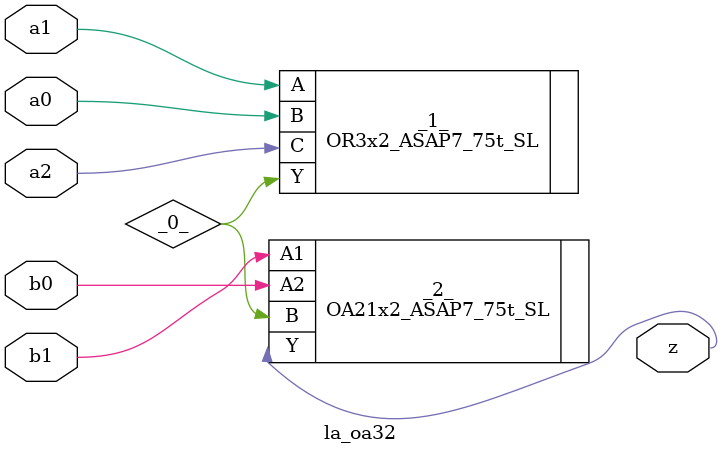
<source format=v>
/* Generated by Yosys 0.37 (git sha1 a5c7f69ed, clang 14.0.0-1ubuntu1.1 -fPIC -Os) */

module la_oa32(a0, a1, a2, b0, b1, z);
  wire _0_;
  input a0;
  wire a0;
  input a1;
  wire a1;
  input a2;
  wire a2;
  input b0;
  wire b0;
  input b1;
  wire b1;
  output z;
  wire z;
  OR3x2_ASAP7_75t_SL _1_ (
    .A(a1),
    .B(a0),
    .C(a2),
    .Y(_0_)
  );
  OA21x2_ASAP7_75t_SL _2_ (
    .A1(b1),
    .A2(b0),
    .B(_0_),
    .Y(z)
  );
endmodule

</source>
